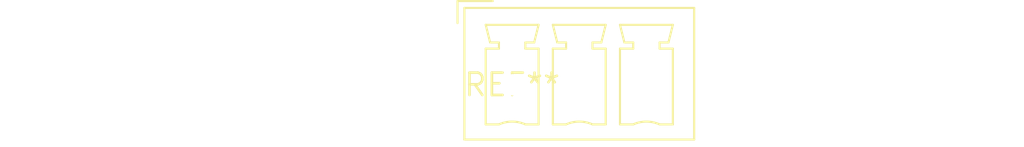
<source format=kicad_pcb>
(kicad_pcb (version 20240108) (generator pcbnew)
  (layers (0 "F.Cu" signal) (31 "B.Cu" signal) (34 "B.Paste" user) (35 "F.Paste" user) (36 "B.SilkS" user "B.Silkscreen") (37 "F.SilkS" user "F.Silkscreen") (38 "B.Mask" user) (39 "F.Mask" user) (44 "Edge.Cuts" user))
  (net 0 "")
  (footprint "PhoenixContact_MCV_1,5_3-G-3.81_1x03_P3.81mm_Vertical" (layer "F.Cu") (at 0 0)
    (property "Reference" "REF**")
    (property "Value" "PhoenixContact_MCV_1,5_3-G-3.81_1x03_P3.81mm_Vertical")
    (fp_line (start -3.1 -4.75) (end -1.1 -4.75) (layer "F.SilkS") (stroke (width 0.12)))
    (fp_line (start -3.1 -3.5) (end -3.1 -4.75) (layer "F.SilkS") (stroke (width 0.12)))
    (fp_line (start -2.71 -4.36) (end -2.71 3.11) (layer "F.SilkS") (stroke (width 0.12)))
    (fp_line (start -2.71 3.11) (end 10.33 3.11) (layer "F.SilkS") (stroke (width 0.12)))
    (fp_line (start -1.5 -3.4) (end 1.5 -3.4) (layer "F.SilkS") (stroke (width 0.12)))
    (fp_line (start -1.5 -2.05) (end -0.75 -2.05) (layer "F.SilkS") (stroke (width 0.12)))
    (fp_line (start -1.5 2.25) (end -1.5 -2.05) (layer "F.SilkS") (stroke (width 0.12)))
    (fp_line (start -1.25 -2.4) (end -1.5 -3.4) (layer "F.SilkS") (stroke (width 0.12)))
    (fp_line (start -0.75 -2.4) (end -1.25 -2.4) (layer "F.SilkS") (stroke (width 0.12)))
    (fp_line (start -0.75 -2.05) (end -0.75 -2.4) (layer "F.SilkS") (stroke (width 0.12)))
    (fp_line (start -0.75 2.25) (end -1.5 2.25) (layer "F.SilkS") (stroke (width 0.12)))
    (fp_line (start 0.75 -2.4) (end 0.75 -2.05) (layer "F.SilkS") (stroke (width 0.12)))
    (fp_line (start 0.75 -2.05) (end 1.5 -2.05) (layer "F.SilkS") (stroke (width 0.12)))
    (fp_line (start 1.25 -2.4) (end 0.75 -2.4) (layer "F.SilkS") (stroke (width 0.12)))
    (fp_line (start 1.5 -3.4) (end 1.25 -2.4) (layer "F.SilkS") (stroke (width 0.12)))
    (fp_line (start 1.5 -2.05) (end 1.5 2.25) (layer "F.SilkS") (stroke (width 0.12)))
    (fp_line (start 1.5 2.25) (end 0.75 2.25) (layer "F.SilkS") (stroke (width 0.12)))
    (fp_line (start 2.31 -3.4) (end 5.31 -3.4) (layer "F.SilkS") (stroke (width 0.12)))
    (fp_line (start 2.31 -2.05) (end 3.06 -2.05) (layer "F.SilkS") (stroke (width 0.12)))
    (fp_line (start 2.31 2.25) (end 2.31 -2.05) (layer "F.SilkS") (stroke (width 0.12)))
    (fp_line (start 2.56 -2.4) (end 2.31 -3.4) (layer "F.SilkS") (stroke (width 0.12)))
    (fp_line (start 3.06 -2.4) (end 2.56 -2.4) (layer "F.SilkS") (stroke (width 0.12)))
    (fp_line (start 3.06 -2.05) (end 3.06 -2.4) (layer "F.SilkS") (stroke (width 0.12)))
    (fp_line (start 3.06 2.25) (end 2.31 2.25) (layer "F.SilkS") (stroke (width 0.12)))
    (fp_line (start 4.56 -2.4) (end 4.56 -2.05) (layer "F.SilkS") (stroke (width 0.12)))
    (fp_line (start 4.56 -2.05) (end 5.31 -2.05) (layer "F.SilkS") (stroke (width 0.12)))
    (fp_line (start 5.06 -2.4) (end 4.56 -2.4) (layer "F.SilkS") (stroke (width 0.12)))
    (fp_line (start 5.31 -3.4) (end 5.06 -2.4) (layer "F.SilkS") (stroke (width 0.12)))
    (fp_line (start 5.31 -2.05) (end 5.31 2.25) (layer "F.SilkS") (stroke (width 0.12)))
    (fp_line (start 5.31 2.25) (end 4.56 2.25) (layer "F.SilkS") (stroke (width 0.12)))
    (fp_line (start 6.12 -3.4) (end 9.12 -3.4) (layer "F.SilkS") (stroke (width 0.12)))
    (fp_line (start 6.12 -2.05) (end 6.87 -2.05) (layer "F.SilkS") (stroke (width 0.12)))
    (fp_line (start 6.12 2.25) (end 6.12 -2.05) (layer "F.SilkS") (stroke (width 0.12)))
    (fp_line (start 6.37 -2.4) (end 6.12 -3.4) (layer "F.SilkS") (stroke (width 0.12)))
    (fp_line (start 6.87 -2.4) (end 6.37 -2.4) (layer "F.SilkS") (stroke (width 0.12)))
    (fp_line (start 6.87 -2.05) (end 6.87 -2.4) (layer "F.SilkS") (stroke (width 0.12)))
    (fp_line (start 6.87 2.25) (end 6.12 2.25) (layer "F.SilkS") (stroke (width 0.12)))
    (fp_line (start 8.37 -2.4) (end 8.37 -2.05) (layer "F.SilkS") (stroke (width 0.12)))
    (fp_line (start 8.37 -2.05) (end 9.12 -2.05) (layer "F.SilkS") (stroke (width 0.12)))
    (fp_line (start 8.87 -2.4) (end 8.37 -2.4) (layer "F.SilkS") (stroke (width 0.12)))
    (fp_line (start 9.12 -3.4) (end 8.87 -2.4) (layer "F.SilkS") (stroke (width 0.12)))
    (fp_line (start 9.12 -2.05) (end 9.12 2.25) (layer "F.SilkS") (stroke (width 0.12)))
    (fp_line (start 9.12 2.25) (end 8.37 2.25) (layer "F.SilkS") (stroke (width 0.12)))
    (fp_line (start 10.33 -4.36) (end -2.71 -4.36) (layer "F.SilkS") (stroke (width 0.12)))
    (fp_line (start 10.33 3.11) (end 10.33 -4.36) (layer "F.SilkS") (stroke (width 0.12)))
    (fp_arc (start -0.75 2.25) (mid -0.000193 2.09191) (end 0.749647 2.249844) (layer "F.SilkS") (stroke (width 0.12)))
    (fp_arc (start 3.06 2.25) (mid 3.809807 2.09191) (end 4.559647 2.249844) (layer "F.SilkS") (stroke (width 0.12)))
    (fp_arc (start 6.87 2.25) (mid 7.619807 2.09191) (end 8.369647 2.249844) (layer "F.SilkS") (stroke (width 0.12)))
    (pad "1" thru_hole roundrect (at 0 0) (size 1.8 3.6) (drill 1.2) (layers *.Cu *.Mask) (remove_unused_layers) (roundrect_rratio 0.138889))
    (pad "2" thru_hole oval (at 3.81 0) (size 1.8 3.6) (drill 1.2) (layers *.Cu *.Mask) (remove_unused_layers))
    (pad "3" thru_hole oval (at 7.62 0) (size 1.8 3.6) (drill 1.2) (layers *.Cu *.Mask) (remove_unused_layers))
  )
)
</source>
